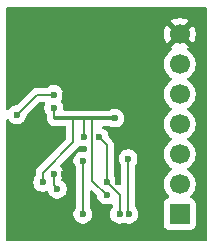
<source format=gbl>
G04 #@! TF.GenerationSoftware,KiCad,Pcbnew,9.0.4*
G04 #@! TF.CreationDate,2025-09-29T17:09:58+02:00*
G04 #@! TF.ProjectId,icm_20948_breakout,69636d5f-3230-4393-9438-5f627265616b,rev?*
G04 #@! TF.SameCoordinates,Original*
G04 #@! TF.FileFunction,Copper,L2,Bot*
G04 #@! TF.FilePolarity,Positive*
%FSLAX46Y46*%
G04 Gerber Fmt 4.6, Leading zero omitted, Abs format (unit mm)*
G04 Created by KiCad (PCBNEW 9.0.4) date 2025-09-29 17:09:58*
%MOMM*%
%LPD*%
G01*
G04 APERTURE LIST*
G04 #@! TA.AperFunction,ComponentPad*
%ADD10R,1.700000X1.700000*%
G04 #@! TD*
G04 #@! TA.AperFunction,ComponentPad*
%ADD11C,1.700000*%
G04 #@! TD*
G04 #@! TA.AperFunction,ViaPad*
%ADD12C,0.600000*%
G04 #@! TD*
G04 #@! TA.AperFunction,Conductor*
%ADD13C,0.300000*%
G04 #@! TD*
G04 #@! TA.AperFunction,Conductor*
%ADD14C,0.180000*%
G04 #@! TD*
G04 APERTURE END LIST*
D10*
X136200000Y-93520000D03*
D11*
X136200000Y-90980000D03*
X136200000Y-88440000D03*
X136200000Y-85900000D03*
X136200000Y-83360000D03*
X136200000Y-80820000D03*
X136200000Y-78280000D03*
D12*
X126500000Y-83400000D03*
X126411416Y-90110000D03*
X130700000Y-86360000D03*
X132800000Y-88824999D03*
X122440000Y-83000000D03*
X130960000Y-90800000D03*
X128100000Y-87980000D03*
X131100000Y-93520000D03*
X130000000Y-90800000D03*
X131900000Y-93520000D03*
X128000000Y-89000000D03*
X129378500Y-87020000D03*
X131840000Y-88824999D03*
X125540000Y-83400000D03*
X122400000Y-85100000D03*
X128000000Y-93520000D03*
X130700000Y-85400000D03*
X124597451Y-90831838D03*
X130000000Y-91900000D03*
X128078500Y-87020000D03*
X125540000Y-84500000D03*
X125820000Y-91400000D03*
X125517194Y-90082806D03*
D13*
X136600000Y-78620000D02*
X136580000Y-78620000D01*
D14*
X131840000Y-93460000D02*
X131900000Y-93520000D01*
X131840000Y-88824999D02*
X131840000Y-93460000D01*
X130000000Y-90800000D02*
X131100000Y-91900000D01*
X129378500Y-87020000D02*
X130000000Y-87641500D01*
X131100000Y-91900000D02*
X131100000Y-93520000D01*
X128000000Y-89000000D02*
X128000000Y-93520000D01*
X124100000Y-83400000D02*
X125540000Y-83400000D01*
X130000000Y-87641500D02*
X130000000Y-90800000D01*
X122400000Y-85100000D02*
X124100000Y-83400000D01*
X128787500Y-90687500D02*
X128787500Y-85412500D01*
X130000000Y-91900000D02*
X128787500Y-90687500D01*
X128787500Y-85412500D02*
X128800000Y-85400000D01*
X124597451Y-90831838D02*
X124597451Y-90002549D01*
X128078500Y-87020000D02*
X128078500Y-85421500D01*
D13*
X128100000Y-85400000D02*
X127200000Y-85400000D01*
D14*
X125540000Y-84500000D02*
X125540000Y-85340000D01*
X125540000Y-85340000D02*
X125600000Y-85400000D01*
D13*
X128800000Y-85400000D02*
X128100000Y-85400000D01*
D14*
X124597451Y-90002549D02*
X127200000Y-87400000D01*
D13*
X130000000Y-85400000D02*
X130700000Y-85400000D01*
X130000000Y-85400000D02*
X128800000Y-85400000D01*
D14*
X127200000Y-87400000D02*
X127200000Y-85400000D01*
D13*
X127200000Y-85400000D02*
X125600000Y-85400000D01*
D14*
X128078500Y-85421500D02*
X128100000Y-85400000D01*
X125517194Y-91097194D02*
X125820000Y-91400000D01*
X125517194Y-90082806D02*
X125517194Y-91097194D01*
G04 #@! TA.AperFunction,Conductor*
G36*
X138442539Y-76020185D02*
G01*
X138488294Y-76072989D01*
X138499500Y-76124500D01*
X138499500Y-95675500D01*
X138479815Y-95742539D01*
X138427011Y-95788294D01*
X138375500Y-95799500D01*
X121624500Y-95799500D01*
X121557461Y-95779815D01*
X121511706Y-95727011D01*
X121500500Y-95675500D01*
X121500500Y-85603439D01*
X121520185Y-85536400D01*
X121572989Y-85490645D01*
X121642147Y-85480701D01*
X121705703Y-85509726D01*
X121727602Y-85534548D01*
X121778210Y-85610288D01*
X121778213Y-85610292D01*
X121889707Y-85721786D01*
X121889711Y-85721789D01*
X122020814Y-85809390D01*
X122020827Y-85809397D01*
X122166498Y-85869735D01*
X122166503Y-85869737D01*
X122321153Y-85900499D01*
X122321156Y-85900500D01*
X122321158Y-85900500D01*
X122478844Y-85900500D01*
X122478845Y-85900499D01*
X122633497Y-85869737D01*
X122779179Y-85809394D01*
X122910289Y-85721789D01*
X123021789Y-85610289D01*
X123109394Y-85479179D01*
X123169737Y-85333497D01*
X123200500Y-85178842D01*
X123200500Y-85178832D01*
X123200984Y-85173920D01*
X123227141Y-85109131D01*
X123236698Y-85098394D01*
X124308274Y-84026819D01*
X124369597Y-83993334D01*
X124395955Y-83990500D01*
X124699008Y-83990500D01*
X124766047Y-84010185D01*
X124811802Y-84062989D01*
X124821746Y-84132147D01*
X124813569Y-84161953D01*
X124770263Y-84266502D01*
X124770261Y-84266510D01*
X124739500Y-84421153D01*
X124739500Y-84578846D01*
X124770261Y-84733489D01*
X124770264Y-84733501D01*
X124830602Y-84879172D01*
X124830609Y-84879185D01*
X124918210Y-85010289D01*
X124921353Y-85014118D01*
X124948666Y-85078428D01*
X124949500Y-85092783D01*
X124949500Y-85335931D01*
X124949500Y-85464069D01*
X124949500Y-85464071D01*
X124949499Y-85464071D01*
X124974497Y-85589738D01*
X124974499Y-85589744D01*
X125023533Y-85708124D01*
X125023538Y-85708133D01*
X125094723Y-85814668D01*
X125094726Y-85814672D01*
X125185327Y-85905273D01*
X125185331Y-85905276D01*
X125291866Y-85976461D01*
X125291872Y-85976464D01*
X125291873Y-85976465D01*
X125410256Y-86025501D01*
X125410260Y-86025501D01*
X125410261Y-86025502D01*
X125535928Y-86050500D01*
X125535931Y-86050500D01*
X126485500Y-86050500D01*
X126552539Y-86070185D01*
X126598294Y-86122989D01*
X126609500Y-86174500D01*
X126609500Y-87104045D01*
X126589815Y-87171084D01*
X126573181Y-87191726D01*
X124124934Y-89639972D01*
X124124930Y-89639977D01*
X124047194Y-89774621D01*
X124047192Y-89774625D01*
X124042938Y-89790503D01*
X124006951Y-89924808D01*
X124006951Y-90239054D01*
X123987266Y-90306093D01*
X123978809Y-90317714D01*
X123975659Y-90321551D01*
X123888060Y-90452652D01*
X123888053Y-90452665D01*
X123827715Y-90598336D01*
X123827712Y-90598348D01*
X123796951Y-90752991D01*
X123796951Y-90910684D01*
X123827712Y-91065327D01*
X123827715Y-91065339D01*
X123888053Y-91211010D01*
X123888060Y-91211023D01*
X123975661Y-91342126D01*
X123975664Y-91342130D01*
X124087158Y-91453624D01*
X124087162Y-91453627D01*
X124218265Y-91541228D01*
X124218278Y-91541235D01*
X124360077Y-91599969D01*
X124363954Y-91601575D01*
X124518604Y-91632337D01*
X124518607Y-91632338D01*
X124518609Y-91632338D01*
X124676295Y-91632338D01*
X124676296Y-91632337D01*
X124830948Y-91601575D01*
X124892298Y-91576162D01*
X124961766Y-91568694D01*
X125024246Y-91599969D01*
X125054311Y-91643271D01*
X125110604Y-91779176D01*
X125110609Y-91779185D01*
X125198210Y-91910288D01*
X125198213Y-91910292D01*
X125309707Y-92021786D01*
X125309711Y-92021789D01*
X125440814Y-92109390D01*
X125440827Y-92109397D01*
X125563657Y-92160274D01*
X125586503Y-92169737D01*
X125741153Y-92200499D01*
X125741156Y-92200500D01*
X125741158Y-92200500D01*
X125898844Y-92200500D01*
X125898845Y-92200499D01*
X126053497Y-92169737D01*
X126199179Y-92109394D01*
X126330289Y-92021789D01*
X126441789Y-91910289D01*
X126529394Y-91779179D01*
X126589737Y-91633497D01*
X126620500Y-91478842D01*
X126620500Y-91321158D01*
X126620500Y-91321155D01*
X126620499Y-91321153D01*
X126615543Y-91296239D01*
X126589737Y-91166503D01*
X126556511Y-91086287D01*
X126529397Y-91020827D01*
X126529390Y-91020814D01*
X126441789Y-90889711D01*
X126441786Y-90889707D01*
X126330291Y-90778212D01*
X126292545Y-90752991D01*
X126215619Y-90701591D01*
X126170815Y-90647980D01*
X126162108Y-90578656D01*
X126181410Y-90529598D01*
X126226583Y-90461993D01*
X126226584Y-90461990D01*
X126226588Y-90461985D01*
X126226753Y-90461588D01*
X126284758Y-90321549D01*
X126286931Y-90316303D01*
X126317694Y-90161648D01*
X126317694Y-90003964D01*
X126317694Y-90003961D01*
X126317693Y-90003959D01*
X126286932Y-89849316D01*
X126286931Y-89849309D01*
X126274992Y-89820486D01*
X126226591Y-89703633D01*
X126226584Y-89703620D01*
X126138983Y-89572517D01*
X126138980Y-89572513D01*
X126088460Y-89521993D01*
X126054975Y-89460670D01*
X126059959Y-89390978D01*
X126088458Y-89346633D01*
X127645246Y-87789846D01*
X127706567Y-87756363D01*
X127776259Y-87761347D01*
X127780346Y-87762955D01*
X127845003Y-87789737D01*
X127959998Y-87812611D01*
X127999653Y-87820499D01*
X127999656Y-87820500D01*
X128073000Y-87820500D01*
X128081685Y-87823050D01*
X128090647Y-87821762D01*
X128114687Y-87832740D01*
X128140039Y-87840185D01*
X128145966Y-87847025D01*
X128154203Y-87850787D01*
X128168492Y-87873021D01*
X128185794Y-87892989D01*
X128188081Y-87903503D01*
X128191977Y-87909565D01*
X128197000Y-87944500D01*
X128197000Y-88075500D01*
X128177315Y-88142539D01*
X128124511Y-88188294D01*
X128073000Y-88199500D01*
X127921155Y-88199500D01*
X127766510Y-88230261D01*
X127766498Y-88230264D01*
X127620827Y-88290602D01*
X127620814Y-88290609D01*
X127489711Y-88378210D01*
X127489707Y-88378213D01*
X127378213Y-88489707D01*
X127378210Y-88489711D01*
X127290609Y-88620814D01*
X127290602Y-88620827D01*
X127230264Y-88766498D01*
X127230261Y-88766510D01*
X127199500Y-88921153D01*
X127199500Y-89078846D01*
X127230261Y-89233489D01*
X127230264Y-89233501D01*
X127290602Y-89379172D01*
X127290609Y-89379185D01*
X127378210Y-89510289D01*
X127381353Y-89514118D01*
X127408666Y-89578428D01*
X127409500Y-89592783D01*
X127409500Y-92927216D01*
X127389815Y-92994255D01*
X127381358Y-93005876D01*
X127378208Y-93009713D01*
X127290609Y-93140814D01*
X127290602Y-93140827D01*
X127230264Y-93286498D01*
X127230261Y-93286510D01*
X127199500Y-93441153D01*
X127199500Y-93598846D01*
X127230261Y-93753489D01*
X127230264Y-93753501D01*
X127290602Y-93899172D01*
X127290609Y-93899185D01*
X127378210Y-94030288D01*
X127378213Y-94030292D01*
X127489707Y-94141786D01*
X127489711Y-94141789D01*
X127620814Y-94229390D01*
X127620827Y-94229397D01*
X127766498Y-94289735D01*
X127766503Y-94289737D01*
X127921153Y-94320499D01*
X127921156Y-94320500D01*
X127921158Y-94320500D01*
X128078844Y-94320500D01*
X128078845Y-94320499D01*
X128233497Y-94289737D01*
X128379179Y-94229394D01*
X128510289Y-94141789D01*
X128621789Y-94030289D01*
X128709394Y-93899179D01*
X128769737Y-93753497D01*
X128800500Y-93598842D01*
X128800500Y-93441158D01*
X128800500Y-93441155D01*
X128800499Y-93441153D01*
X128769738Y-93286510D01*
X128769737Y-93286503D01*
X128769735Y-93286498D01*
X128709397Y-93140827D01*
X128709390Y-93140814D01*
X128621791Y-93009713D01*
X128618642Y-93005876D01*
X128591333Y-92941564D01*
X128590500Y-92927216D01*
X128590500Y-91624955D01*
X128610185Y-91557916D01*
X128662989Y-91512161D01*
X128732147Y-91502217D01*
X128795703Y-91531242D01*
X128802181Y-91537274D01*
X129163292Y-91898385D01*
X129196777Y-91959708D01*
X129199014Y-91973909D01*
X129199500Y-91978848D01*
X129230261Y-92133489D01*
X129230264Y-92133501D01*
X129290602Y-92279172D01*
X129290609Y-92279185D01*
X129378210Y-92410288D01*
X129378213Y-92410292D01*
X129489707Y-92521786D01*
X129489711Y-92521789D01*
X129620814Y-92609390D01*
X129620827Y-92609397D01*
X129719425Y-92650237D01*
X129766503Y-92669737D01*
X129921153Y-92700499D01*
X129921156Y-92700500D01*
X129921158Y-92700500D01*
X130078844Y-92700500D01*
X130078845Y-92700499D01*
X130233497Y-92669737D01*
X130338047Y-92626430D01*
X130370675Y-92622923D01*
X130403147Y-92618254D01*
X130405234Y-92619207D01*
X130407517Y-92618962D01*
X130436860Y-92633650D01*
X130466703Y-92647279D01*
X130467943Y-92649209D01*
X130469996Y-92650237D01*
X130486736Y-92678452D01*
X130504477Y-92706057D01*
X130504912Y-92709086D01*
X130505648Y-92710326D01*
X130509500Y-92740992D01*
X130509500Y-92927216D01*
X130489815Y-92994255D01*
X130481358Y-93005876D01*
X130478208Y-93009713D01*
X130390609Y-93140814D01*
X130390602Y-93140827D01*
X130330264Y-93286498D01*
X130330261Y-93286510D01*
X130299500Y-93441153D01*
X130299500Y-93598846D01*
X130330261Y-93753489D01*
X130330264Y-93753501D01*
X130390602Y-93899172D01*
X130390609Y-93899185D01*
X130478210Y-94030288D01*
X130478213Y-94030292D01*
X130589707Y-94141786D01*
X130589711Y-94141789D01*
X130720814Y-94229390D01*
X130720827Y-94229397D01*
X130866498Y-94289735D01*
X130866503Y-94289737D01*
X131021153Y-94320499D01*
X131021156Y-94320500D01*
X131021158Y-94320500D01*
X131178844Y-94320500D01*
X131178845Y-94320499D01*
X131333497Y-94289737D01*
X131452548Y-94240425D01*
X131522017Y-94232956D01*
X131547453Y-94240425D01*
X131666503Y-94289737D01*
X131821153Y-94320499D01*
X131821156Y-94320500D01*
X131821158Y-94320500D01*
X131978844Y-94320500D01*
X131978845Y-94320499D01*
X132133497Y-94289737D01*
X132279179Y-94229394D01*
X132410289Y-94141789D01*
X132521789Y-94030289D01*
X132609394Y-93899179D01*
X132669737Y-93753497D01*
X132700500Y-93598842D01*
X132700500Y-93441158D01*
X132700500Y-93441155D01*
X132700499Y-93441153D01*
X132669738Y-93286510D01*
X132669737Y-93286503D01*
X132669735Y-93286498D01*
X132609397Y-93140827D01*
X132609390Y-93140814D01*
X132521789Y-93009711D01*
X132521786Y-93009707D01*
X132466819Y-92954740D01*
X132433334Y-92893417D01*
X132430500Y-92867059D01*
X132430500Y-89417782D01*
X132450185Y-89350743D01*
X132458647Y-89339117D01*
X132461789Y-89335288D01*
X132549390Y-89204184D01*
X132549390Y-89204183D01*
X132549394Y-89204178D01*
X132609737Y-89058496D01*
X132640500Y-88903841D01*
X132640500Y-88746157D01*
X132640500Y-88746154D01*
X132640499Y-88746152D01*
X132615569Y-88620821D01*
X132609737Y-88591502D01*
X132609735Y-88591497D01*
X132549397Y-88445826D01*
X132549390Y-88445813D01*
X132461789Y-88314710D01*
X132461786Y-88314706D01*
X132350292Y-88203212D01*
X132350288Y-88203209D01*
X132219185Y-88115608D01*
X132219172Y-88115601D01*
X132073501Y-88055263D01*
X132073489Y-88055260D01*
X131918845Y-88024499D01*
X131918842Y-88024499D01*
X131761158Y-88024499D01*
X131761155Y-88024499D01*
X131606510Y-88055260D01*
X131606498Y-88055263D01*
X131460827Y-88115601D01*
X131460814Y-88115608D01*
X131329711Y-88203209D01*
X131329707Y-88203212D01*
X131218213Y-88314706D01*
X131218210Y-88314710D01*
X131130609Y-88445813D01*
X131130602Y-88445826D01*
X131070264Y-88591497D01*
X131070261Y-88591509D01*
X131039500Y-88746152D01*
X131039500Y-88903845D01*
X131070261Y-89058488D01*
X131070264Y-89058500D01*
X131130602Y-89204171D01*
X131130609Y-89204184D01*
X131218210Y-89335288D01*
X131221353Y-89339117D01*
X131248666Y-89403427D01*
X131249500Y-89417782D01*
X131249500Y-90915045D01*
X131229815Y-90982084D01*
X131177011Y-91027839D01*
X131107853Y-91037783D01*
X131044297Y-91008758D01*
X131037819Y-91002726D01*
X130836707Y-90801614D01*
X130803222Y-90740291D01*
X130800984Y-90726080D01*
X130800500Y-90721166D01*
X130800500Y-90721158D01*
X130796608Y-90701593D01*
X130776069Y-90598336D01*
X130769737Y-90566503D01*
X130726442Y-90461978D01*
X130709397Y-90420827D01*
X130709390Y-90420814D01*
X130621791Y-90289713D01*
X130618642Y-90285876D01*
X130591333Y-90221564D01*
X130590500Y-90207216D01*
X130590500Y-87563761D01*
X130590500Y-87563759D01*
X130550258Y-87413576D01*
X130500924Y-87328127D01*
X130472518Y-87278925D01*
X130215207Y-87021614D01*
X130181722Y-86960291D01*
X130179484Y-86946080D01*
X130179000Y-86941166D01*
X130179000Y-86941158D01*
X130176802Y-86930109D01*
X130148238Y-86786510D01*
X130148237Y-86786503D01*
X130145455Y-86779786D01*
X130087897Y-86640827D01*
X130087890Y-86640814D01*
X130000289Y-86509711D01*
X130000286Y-86509707D01*
X129888792Y-86398213D01*
X129888788Y-86398210D01*
X129757685Y-86310609D01*
X129757672Y-86310602D01*
X129705665Y-86289061D01*
X129651261Y-86245221D01*
X129629196Y-86178927D01*
X129646475Y-86111227D01*
X129697612Y-86063616D01*
X129753117Y-86050500D01*
X129935931Y-86050500D01*
X130195065Y-86050500D01*
X130262104Y-86070185D01*
X130263909Y-86071366D01*
X130320821Y-86109394D01*
X130320823Y-86109395D01*
X130320827Y-86109397D01*
X130466498Y-86169735D01*
X130466503Y-86169737D01*
X130621153Y-86200499D01*
X130621156Y-86200500D01*
X130621158Y-86200500D01*
X130778844Y-86200500D01*
X130778845Y-86200499D01*
X130933497Y-86169737D01*
X131079179Y-86109394D01*
X131210289Y-86021789D01*
X131321789Y-85910289D01*
X131409394Y-85779179D01*
X131469737Y-85633497D01*
X131500500Y-85478842D01*
X131500500Y-85321158D01*
X131500500Y-85321155D01*
X131500499Y-85321153D01*
X131474844Y-85192179D01*
X131469737Y-85166503D01*
X131441522Y-85098385D01*
X131409397Y-85020827D01*
X131409390Y-85020814D01*
X131321789Y-84889711D01*
X131321786Y-84889707D01*
X131210292Y-84778213D01*
X131210288Y-84778210D01*
X131079185Y-84690609D01*
X131079172Y-84690602D01*
X130933501Y-84630264D01*
X130933489Y-84630261D01*
X130778845Y-84599500D01*
X130778842Y-84599500D01*
X130621158Y-84599500D01*
X130621155Y-84599500D01*
X130466510Y-84630261D01*
X130466498Y-84630264D01*
X130320827Y-84690602D01*
X130320820Y-84690606D01*
X130317968Y-84692512D01*
X130263955Y-84728602D01*
X130197279Y-84749480D01*
X130195065Y-84749500D01*
X126457649Y-84749500D01*
X126390610Y-84729815D01*
X126344855Y-84677011D01*
X126334911Y-84607853D01*
X126336031Y-84601310D01*
X126340500Y-84578841D01*
X126340500Y-84421155D01*
X126340499Y-84421153D01*
X126322419Y-84330261D01*
X126309737Y-84266503D01*
X126298671Y-84239786D01*
X126249397Y-84120827D01*
X126249393Y-84120820D01*
X126181284Y-84018888D01*
X126160408Y-83952214D01*
X126178892Y-83884834D01*
X126181257Y-83881152D01*
X126249394Y-83779179D01*
X126309737Y-83633497D01*
X126340500Y-83478842D01*
X126340500Y-83321158D01*
X126340500Y-83321155D01*
X126340499Y-83321153D01*
X126309738Y-83166510D01*
X126309737Y-83166503D01*
X126258896Y-83043760D01*
X126249397Y-83020827D01*
X126249390Y-83020814D01*
X126161789Y-82889711D01*
X126161786Y-82889707D01*
X126050292Y-82778213D01*
X126050288Y-82778210D01*
X125919185Y-82690609D01*
X125919172Y-82690602D01*
X125773501Y-82630264D01*
X125773489Y-82630261D01*
X125618845Y-82599500D01*
X125618842Y-82599500D01*
X125461158Y-82599500D01*
X125461155Y-82599500D01*
X125306510Y-82630261D01*
X125306498Y-82630264D01*
X125160827Y-82690602D01*
X125160814Y-82690609D01*
X125029710Y-82778210D01*
X125025882Y-82781353D01*
X124961572Y-82808666D01*
X124947217Y-82809500D01*
X124022259Y-82809500D01*
X123903813Y-82841236D01*
X123903812Y-82841237D01*
X123887943Y-82845489D01*
X123872073Y-82849742D01*
X123737431Y-82927477D01*
X123737423Y-82927483D01*
X122401614Y-84263292D01*
X122340291Y-84296777D01*
X122326091Y-84299013D01*
X122321160Y-84299498D01*
X122166510Y-84330261D01*
X122166498Y-84330264D01*
X122020827Y-84390602D01*
X122020814Y-84390609D01*
X121889711Y-84478210D01*
X121889707Y-84478213D01*
X121778213Y-84589707D01*
X121778210Y-84589711D01*
X121727602Y-84665451D01*
X121673989Y-84710256D01*
X121604664Y-84718963D01*
X121541637Y-84688808D01*
X121504918Y-84629365D01*
X121500500Y-84596560D01*
X121500500Y-80713713D01*
X134849500Y-80713713D01*
X134849500Y-80926286D01*
X134882753Y-81136239D01*
X134948444Y-81338414D01*
X135044951Y-81527820D01*
X135169890Y-81699786D01*
X135320213Y-81850109D01*
X135492182Y-81975050D01*
X135500946Y-81979516D01*
X135551742Y-82027491D01*
X135568536Y-82095312D01*
X135545998Y-82161447D01*
X135500946Y-82200484D01*
X135492182Y-82204949D01*
X135320213Y-82329890D01*
X135169890Y-82480213D01*
X135044951Y-82652179D01*
X134948444Y-82841585D01*
X134882753Y-83043760D01*
X134849500Y-83253713D01*
X134849500Y-83466286D01*
X134882753Y-83676239D01*
X134948444Y-83878414D01*
X135044951Y-84067820D01*
X135169890Y-84239786D01*
X135320213Y-84390109D01*
X135492182Y-84515050D01*
X135500946Y-84519516D01*
X135551742Y-84567491D01*
X135568536Y-84635312D01*
X135545998Y-84701447D01*
X135500946Y-84740484D01*
X135492182Y-84744949D01*
X135320213Y-84869890D01*
X135169890Y-85020213D01*
X135044951Y-85192179D01*
X134948444Y-85381585D01*
X134882753Y-85583760D01*
X134849500Y-85793713D01*
X134849500Y-86006286D01*
X134880260Y-86200500D01*
X134882754Y-86216243D01*
X134941879Y-86398211D01*
X134948444Y-86418414D01*
X135044951Y-86607820D01*
X135169890Y-86779786D01*
X135320213Y-86930109D01*
X135492182Y-87055050D01*
X135500946Y-87059516D01*
X135551742Y-87107491D01*
X135568536Y-87175312D01*
X135545998Y-87241447D01*
X135500946Y-87280484D01*
X135492182Y-87284949D01*
X135320213Y-87409890D01*
X135169890Y-87560213D01*
X135044951Y-87732179D01*
X134948444Y-87921585D01*
X134882753Y-88123760D01*
X134849500Y-88333713D01*
X134849500Y-88546286D01*
X134881156Y-88746157D01*
X134882754Y-88756243D01*
X134936338Y-88921158D01*
X134948444Y-88958414D01*
X135044951Y-89147820D01*
X135169890Y-89319786D01*
X135320213Y-89470109D01*
X135492182Y-89595050D01*
X135500946Y-89599516D01*
X135551742Y-89647491D01*
X135568536Y-89715312D01*
X135545998Y-89781447D01*
X135500946Y-89820484D01*
X135492182Y-89824949D01*
X135320213Y-89949890D01*
X135169890Y-90100213D01*
X135044951Y-90272179D01*
X134948444Y-90461585D01*
X134882753Y-90663760D01*
X134868620Y-90752996D01*
X134849500Y-90873713D01*
X134849500Y-91086287D01*
X134882754Y-91296243D01*
X134942084Y-91478842D01*
X134948444Y-91498414D01*
X135044951Y-91687820D01*
X135169890Y-91859786D01*
X135283430Y-91973326D01*
X135316915Y-92034649D01*
X135311931Y-92104341D01*
X135270059Y-92160274D01*
X135239083Y-92177189D01*
X135107669Y-92226203D01*
X135107664Y-92226206D01*
X134992455Y-92312452D01*
X134992452Y-92312455D01*
X134906206Y-92427664D01*
X134906202Y-92427671D01*
X134855908Y-92562517D01*
X134849916Y-92618254D01*
X134849501Y-92622123D01*
X134849500Y-92622135D01*
X134849500Y-94417870D01*
X134849501Y-94417876D01*
X134855908Y-94477483D01*
X134906202Y-94612328D01*
X134906206Y-94612335D01*
X134992452Y-94727544D01*
X134992455Y-94727547D01*
X135107664Y-94813793D01*
X135107671Y-94813797D01*
X135242517Y-94864091D01*
X135242516Y-94864091D01*
X135249444Y-94864835D01*
X135302127Y-94870500D01*
X137097872Y-94870499D01*
X137157483Y-94864091D01*
X137292331Y-94813796D01*
X137407546Y-94727546D01*
X137493796Y-94612331D01*
X137544091Y-94477483D01*
X137550500Y-94417873D01*
X137550499Y-92622128D01*
X137544091Y-92562517D01*
X137528900Y-92521789D01*
X137493797Y-92427671D01*
X137493793Y-92427664D01*
X137407547Y-92312455D01*
X137407544Y-92312452D01*
X137292335Y-92226206D01*
X137292328Y-92226202D01*
X137160917Y-92177189D01*
X137104983Y-92135318D01*
X137080566Y-92069853D01*
X137095418Y-92001580D01*
X137116563Y-91973332D01*
X137230104Y-91859792D01*
X137288678Y-91779172D01*
X137355048Y-91687820D01*
X137355047Y-91687820D01*
X137355051Y-91687816D01*
X137451557Y-91498412D01*
X137517246Y-91296243D01*
X137550500Y-91086287D01*
X137550500Y-90873713D01*
X137517246Y-90663757D01*
X137451557Y-90461588D01*
X137355051Y-90272184D01*
X137355049Y-90272181D01*
X137355048Y-90272179D01*
X137230109Y-90100213D01*
X137079786Y-89949890D01*
X136907820Y-89824951D01*
X136907115Y-89824591D01*
X136899054Y-89820485D01*
X136848259Y-89772512D01*
X136831463Y-89704692D01*
X136853999Y-89638556D01*
X136899054Y-89599515D01*
X136907816Y-89595051D01*
X136981416Y-89541578D01*
X137079786Y-89470109D01*
X137079788Y-89470106D01*
X137079792Y-89470104D01*
X137230104Y-89319792D01*
X137230106Y-89319788D01*
X137230109Y-89319786D01*
X137355048Y-89147820D01*
X137355047Y-89147820D01*
X137355051Y-89147816D01*
X137451557Y-88958412D01*
X137517246Y-88756243D01*
X137550500Y-88546287D01*
X137550500Y-88333713D01*
X137517246Y-88123757D01*
X137451557Y-87921588D01*
X137355051Y-87732184D01*
X137355049Y-87732181D01*
X137355048Y-87732179D01*
X137230109Y-87560213D01*
X137079786Y-87409890D01*
X136907820Y-87284951D01*
X136907115Y-87284591D01*
X136899054Y-87280485D01*
X136848259Y-87232512D01*
X136831463Y-87164692D01*
X136853999Y-87098556D01*
X136899054Y-87059515D01*
X136907816Y-87055051D01*
X136929789Y-87039086D01*
X137079786Y-86930109D01*
X137079788Y-86930106D01*
X137079792Y-86930104D01*
X137230104Y-86779792D01*
X137230106Y-86779788D01*
X137230109Y-86779786D01*
X137355048Y-86607820D01*
X137355047Y-86607820D01*
X137355051Y-86607816D01*
X137451557Y-86418412D01*
X137517246Y-86216243D01*
X137550500Y-86006287D01*
X137550500Y-85793713D01*
X137517246Y-85583757D01*
X137451557Y-85381588D01*
X137355051Y-85192184D01*
X137355049Y-85192181D01*
X137355048Y-85192179D01*
X137230109Y-85020213D01*
X137079786Y-84869890D01*
X136907820Y-84744951D01*
X136907115Y-84744591D01*
X136899054Y-84740485D01*
X136848259Y-84692512D01*
X136831463Y-84624692D01*
X136853999Y-84558556D01*
X136899054Y-84519515D01*
X136907816Y-84515051D01*
X137037054Y-84421155D01*
X137079786Y-84390109D01*
X137079788Y-84390106D01*
X137079792Y-84390104D01*
X137230104Y-84239792D01*
X137230106Y-84239788D01*
X137230109Y-84239786D01*
X137355048Y-84067820D01*
X137355047Y-84067820D01*
X137355051Y-84067816D01*
X137451557Y-83878412D01*
X137517246Y-83676243D01*
X137550500Y-83466287D01*
X137550500Y-83253713D01*
X137517246Y-83043757D01*
X137451557Y-82841588D01*
X137355051Y-82652184D01*
X137355049Y-82652181D01*
X137355048Y-82652179D01*
X137230109Y-82480213D01*
X137079786Y-82329890D01*
X136907820Y-82204951D01*
X136907115Y-82204591D01*
X136899054Y-82200485D01*
X136848259Y-82152512D01*
X136831463Y-82084692D01*
X136853999Y-82018556D01*
X136899054Y-81979515D01*
X136907816Y-81975051D01*
X136929789Y-81959086D01*
X137079786Y-81850109D01*
X137079788Y-81850106D01*
X137079792Y-81850104D01*
X137230104Y-81699792D01*
X137230106Y-81699788D01*
X137230109Y-81699786D01*
X137355048Y-81527820D01*
X137355047Y-81527820D01*
X137355051Y-81527816D01*
X137451557Y-81338412D01*
X137517246Y-81136243D01*
X137550500Y-80926287D01*
X137550500Y-80713713D01*
X137517246Y-80503757D01*
X137451557Y-80301588D01*
X137355051Y-80112184D01*
X137355049Y-80112181D01*
X137355048Y-80112179D01*
X137230109Y-79940213D01*
X137079786Y-79789890D01*
X136907817Y-79664949D01*
X136898504Y-79660204D01*
X136847707Y-79612230D01*
X136830912Y-79544409D01*
X136853449Y-79478274D01*
X136898507Y-79439232D01*
X136907555Y-79434622D01*
X136961716Y-79395270D01*
X136961717Y-79395270D01*
X136329408Y-78762962D01*
X136392993Y-78745925D01*
X136507007Y-78680099D01*
X136600099Y-78587007D01*
X136665925Y-78472993D01*
X136682962Y-78409408D01*
X137315270Y-79041717D01*
X137315270Y-79041716D01*
X137354622Y-78987554D01*
X137451095Y-78798217D01*
X137516757Y-78596130D01*
X137516757Y-78596127D01*
X137550000Y-78386246D01*
X137550000Y-78173753D01*
X137516757Y-77963872D01*
X137516757Y-77963869D01*
X137451095Y-77761782D01*
X137354624Y-77572449D01*
X137315270Y-77518282D01*
X137315269Y-77518282D01*
X136682962Y-78150590D01*
X136665925Y-78087007D01*
X136600099Y-77972993D01*
X136507007Y-77879901D01*
X136392993Y-77814075D01*
X136329409Y-77797037D01*
X136961716Y-77164728D01*
X136907550Y-77125375D01*
X136718217Y-77028904D01*
X136516129Y-76963242D01*
X136306246Y-76930000D01*
X136093754Y-76930000D01*
X135883872Y-76963242D01*
X135883869Y-76963242D01*
X135681782Y-77028904D01*
X135492439Y-77125380D01*
X135438282Y-77164727D01*
X135438282Y-77164728D01*
X136070591Y-77797037D01*
X136007007Y-77814075D01*
X135892993Y-77879901D01*
X135799901Y-77972993D01*
X135734075Y-78087007D01*
X135717037Y-78150591D01*
X135084728Y-77518282D01*
X135084727Y-77518282D01*
X135045380Y-77572439D01*
X134948904Y-77761782D01*
X134883242Y-77963869D01*
X134883242Y-77963872D01*
X134850000Y-78173753D01*
X134850000Y-78386246D01*
X134883242Y-78596127D01*
X134883242Y-78596130D01*
X134948904Y-78798217D01*
X135045375Y-78987550D01*
X135084728Y-79041716D01*
X135717037Y-78409408D01*
X135734075Y-78472993D01*
X135799901Y-78587007D01*
X135892993Y-78680099D01*
X136007007Y-78745925D01*
X136070590Y-78762962D01*
X135438282Y-79395269D01*
X135438282Y-79395270D01*
X135492452Y-79434626D01*
X135492451Y-79434626D01*
X135501495Y-79439234D01*
X135552292Y-79487208D01*
X135569087Y-79555029D01*
X135546550Y-79621164D01*
X135501499Y-79660202D01*
X135492182Y-79664949D01*
X135320213Y-79789890D01*
X135169890Y-79940213D01*
X135044951Y-80112179D01*
X134948444Y-80301585D01*
X134882753Y-80503760D01*
X134849500Y-80713713D01*
X121500500Y-80713713D01*
X121500500Y-76124500D01*
X121520185Y-76057461D01*
X121572989Y-76011706D01*
X121624500Y-76000500D01*
X138375500Y-76000500D01*
X138442539Y-76020185D01*
G37*
G04 #@! TD.AperFunction*
M02*

</source>
